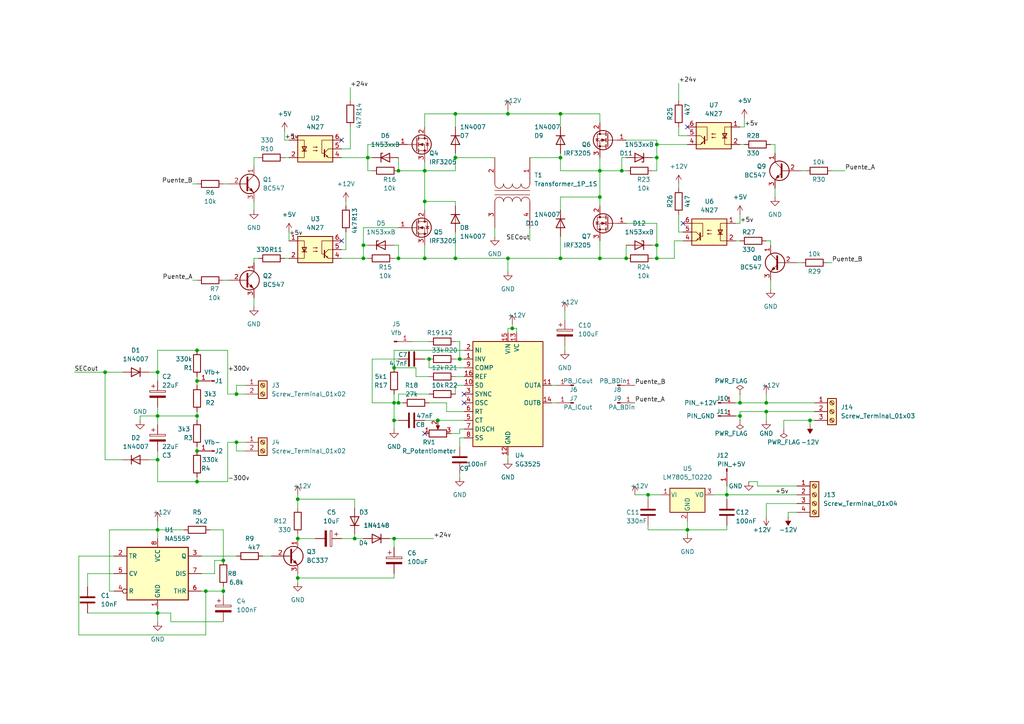
<source format=kicad_sch>
(kicad_sch (version 20211123) (generator eeschema)
  (paper "A4")
  (title_block (title "Puente_H_Fuente_AT_SCH") (date "2023-05-30") (rev "1") (company "FaCENA-UNNE") (comment 1 "Dispositivo para relevamiento de umbrales de sensibilidad tactil.") (comment 2 "Tesis MIB: García Cabrera, Jeremías A."))
  (junction (at 115.57 74.93))
  (junction (at 133.35 104.14))
  (junction (at 105.41 74.93))
  (junction (at 190.5 74.93))
  (junction (at 68.58 128.27))
  (junction (at 214.63 116.84))
  (junction (at 45.72 177.8))
  (junction (at 132.08 45.72))
  (junction (at 45.72 107.95))
  (junction (at 45.72 153.67))
  (junction (at 123.19 49.53))
  (junction (at 102.87 156.21))
  (junction (at 190.5 45.72))
  (junction (at 132.08 74.93))
  (junction (at 162.56 45.72))
  (junction (at 173.99 49.53))
  (junction (at 59.69 171.45))
  (junction (at 68.58 114.3))
  (junction (at 57.15 101.6))
  (junction (at 123.19 74.93))
  (junction (at 57.15 139.7))
  (junction (at 148.59 95.25))
  (junction (at 162.56 33.02))
  (junction (at 86.36 167.64))
  (junction (at 114.3 121.92))
  (junction (at 114.3 106.68))
  (junction (at 114.3 156.21))
  (junction (at 124.46 104.14))
  (junction (at 57.15 110.49))
  (junction (at 106.68 45.72))
  (junction (at 64.77 162.56))
  (junction (at 114.3 116.84))
  (junction (at 105.41 71.12))
  (junction (at 115.57 49.53))
  (junction (at 45.72 120.65))
  (junction (at 86.36 144.78))
  (junction (at 45.72 133.35))
  (junction (at 190.5 71.12))
  (junction (at 173.99 57.15))
  (junction (at 187.96 143.51))
  (junction (at 123.19 58.42))
  (junction (at 234.95 121.92))
  (junction (at 57.15 130.81))
  (junction (at 214.63 120.65))
  (junction (at 127 121.92))
  (junction (at 57.15 120.65))
  (junction (at 173.99 74.93))
  (junction (at 210.82 143.51))
  (junction (at 132.08 33.02))
  (junction (at 147.32 74.93))
  (junction (at 222.25 116.84))
  (junction (at 147.32 33.02))
  (junction (at 30.48 107.95))
  (junction (at 222.25 119.38))
  (junction (at 162.56 74.93))
  (junction (at 115.57 116.84))
  (junction (at 180.34 49.53))
  (junction (at 199.39 153.67))
  (junction (at 190.5 41.91))
  (junction (at 86.36 156.21))
  (junction (at 64.77 171.45))
  (junction (at 181.61 74.93))
  (no_connect (at 123.19 125.73))
  (no_connect (at 134.62 116.84))
  (no_connect (at 134.62 114.3))
  (no_connect (at 199.39 36.83))
  (no_connect (at 198.12 64.77))
  (no_connect (at 99.06 69.85))
  (no_connect (at 99.06 40.64))
  (wire (pts (xy 147.32 74.93) (xy 162.56 74.93)))
  (wire (pts (xy 86.36 143.51) (xy 86.36 144.78)))
  (wire (pts (xy 116.84 116.84) (xy 115.57 116.84)))
  (wire (pts (xy 195.58 74.93) (xy 190.5 74.93)))
  (wire (pts (xy 219.71 140.97) (xy 231.14 140.97)))
  (wire (pts (xy 45.72 130.81) (xy 45.72 133.35)))
  (wire (pts (xy 234.95 121.92) (xy 236.22 121.92)))
  (wire (pts (xy 214.63 114.3) (xy 214.63 116.84)))
  (wire (pts (xy 105.41 74.93) (xy 105.41 71.12)))
  (wire (pts (xy 101.6 43.18) (xy 101.6 36.83)))
  (wire (pts (xy 232.41 49.53) (xy 233.68 49.53)))
  (wire (pts (xy 129.54 119.38) (xy 134.62 119.38)))
  (wire (pts (xy 124.46 106.68) (xy 134.62 106.68)))
  (wire (pts (xy 124.46 114.3) (xy 115.57 114.3)))
  (wire (pts (xy 45.72 177.8) (xy 45.72 176.53)))
  (wire (pts (xy 115.57 74.93) (xy 123.19 74.93)))
  (wire (pts (xy 22.86 161.29) (xy 22.86 184.15)))
  (wire (pts (xy 53.34 153.67) (xy 45.72 153.67)))
  (wire (pts (xy 214.63 121.92) (xy 214.63 120.65)))
  (wire (pts (xy 222.25 116.84) (xy 236.22 116.84)))
  (wire (pts (xy 123.19 49.53) (xy 123.19 46.99)))
  (wire (pts (xy 222.25 114.3) (xy 222.25 116.84)))
  (wire (pts (xy 71.12 130.81) (xy 68.58 130.81)))
  (wire (pts (xy 123.19 33.02) (xy 132.08 33.02)))
  (wire (pts (xy 134.62 101.6) (xy 114.3 101.6)))
  (wire (pts (xy 195.58 69.85) (xy 195.58 74.93)))
  (wire (pts (xy 173.99 49.53) (xy 180.34 49.53)))
  (wire (pts (xy 115.57 104.14) (xy 107.95 104.14)))
  (wire (pts (xy 231.14 76.2) (xy 232.41 76.2)))
  (wire (pts (xy 73.66 76.2) (xy 73.66 74.93)))
  (wire (pts (xy 106.68 45.72) (xy 106.68 49.53)))
  (wire (pts (xy 62.23 162.56) (xy 64.77 162.56)))
  (wire (pts (xy 132.08 33.02) (xy 132.08 36.83)))
  (wire (pts (xy 57.15 110.49) (xy 57.15 111.76)))
  (wire (pts (xy 43.18 107.95) (xy 45.72 107.95)))
  (wire (pts (xy 82.55 40.64) (xy 83.82 40.64)))
  (wire (pts (xy 214.63 64.77) (xy 213.36 64.77)))
  (wire (pts (xy 228.6 149.86) (xy 228.6 148.59)))
  (wire (pts (xy 31.75 153.67) (xy 31.75 171.45)))
  (wire (pts (xy 58.42 161.29) (xy 68.58 161.29)))
  (wire (pts (xy 123.19 60.96) (xy 123.19 58.42)))
  (wire (pts (xy 190.5 41.91) (xy 190.5 45.72)))
  (wire (pts (xy 132.08 114.3) (xy 132.08 111.76)))
  (wire (pts (xy 120.65 106.68) (xy 114.3 106.68)))
  (wire (pts (xy 123.19 49.53) (xy 123.19 58.42)))
  (wire (pts (xy 64.77 81.28) (xy 66.04 81.28)))
  (wire (pts (xy 132.08 104.14) (xy 133.35 104.14)))
  (wire (pts (xy 163.83 90.17) (xy 163.83 92.71)))
  (wire (pts (xy 114.3 101.6) (xy 114.3 106.68)))
  (wire (pts (xy 31.75 153.67) (xy 45.72 153.67)))
  (wire (pts (xy 214.63 62.23) (xy 214.63 64.77)))
  (wire (pts (xy 40.64 120.65) (xy 45.72 120.65)))
  (wire (pts (xy 132.08 49.53) (xy 123.19 49.53)))
  (wire (pts (xy 162.56 36.83) (xy 162.56 33.02)))
  (wire (pts (xy 180.34 45.72) (xy 181.61 45.72)))
  (wire (pts (xy 222.25 149.86) (xy 222.25 146.05)))
  (wire (pts (xy 115.57 116.84) (xy 114.3 116.84)))
  (wire (pts (xy 199.39 151.13) (xy 199.39 153.67)))
  (wire (pts (xy 187.96 143.51) (xy 191.77 143.51)))
  (wire (pts (xy 99.06 72.39) (xy 100.33 72.39)))
  (wire (pts (xy 173.99 74.93) (xy 181.61 74.93)))
  (wire (pts (xy 102.87 156.21) (xy 99.06 156.21)))
  (wire (pts (xy 114.3 121.92) (xy 114.3 124.46)))
  (wire (pts (xy 119.38 99.06) (xy 124.46 99.06)))
  (wire (pts (xy 162.56 49.53) (xy 173.99 49.53)))
  (wire (pts (xy 222.25 119.38) (xy 236.22 119.38)))
  (wire (pts (xy 132.08 58.42) (xy 132.08 59.69)))
  (wire (pts (xy 132.08 111.76) (xy 134.62 111.76)))
  (wire (pts (xy 210.82 152.4) (xy 210.82 153.67)))
  (wire (pts (xy 107.95 45.72) (xy 106.68 45.72)))
  (wire (pts (xy 227.33 121.92) (xy 234.95 121.92)))
  (wire (pts (xy 76.2 161.29) (xy 78.74 161.29)))
  (wire (pts (xy 102.87 147.32) (xy 102.87 144.78)))
  (wire (pts (xy 190.5 45.72) (xy 190.5 49.53)))
  (wire (pts (xy 199.39 41.91) (xy 190.5 41.91)))
  (wire (pts (xy 105.41 66.04) (xy 105.41 71.12)))
  (wire (pts (xy 71.12 111.76) (xy 68.58 111.76)))
  (wire (pts (xy 83.82 67.31) (xy 83.82 69.85)))
  (wire (pts (xy 147.32 96.52) (xy 147.32 95.25)))
  (wire (pts (xy 162.56 44.45) (xy 162.56 45.72)))
  (wire (pts (xy 68.58 128.27) (xy 71.12 128.27)))
  (wire (pts (xy 190.5 40.64) (xy 190.5 41.91)))
  (wire (pts (xy 45.72 133.35) (xy 43.18 133.35)))
  (wire (pts (xy 133.35 124.46) (xy 134.62 124.46)))
  (wire (pts (xy 133.35 129.54) (xy 133.35 127)))
  (wire (pts (xy 224.79 54.61) (xy 224.79 57.15)))
  (wire (pts (xy 143.51 66.04) (xy 143.51 68.58)))
  (wire (pts (xy 114.3 121.92) (xy 115.57 121.92)))
  (wire (pts (xy 102.87 154.94) (xy 102.87 156.21)))
  (wire (pts (xy 162.56 45.72) (xy 162.56 49.53)))
  (wire (pts (xy 133.35 125.73) (xy 133.35 124.46)))
  (wire (pts (xy 181.61 71.12) (xy 181.61 74.93)))
  (wire (pts (xy 210.82 143.51) (xy 231.14 143.51)))
  (wire (pts (xy 214.63 41.91) (xy 215.9 41.91)))
  (wire (pts (xy 107.95 116.84) (xy 114.3 116.84)))
  (wire (pts (xy 33.02 161.29) (xy 22.86 161.29)))
  (wire (pts (xy 68.58 114.3) (xy 71.12 114.3)))
  (wire (pts (xy 187.96 153.67) (xy 199.39 153.67)))
  (wire (pts (xy 190.5 49.53) (xy 189.23 49.53)))
  (wire (pts (xy 45.72 107.95) (xy 45.72 110.49)))
  (wire (pts (xy 106.68 41.91) (xy 106.68 45.72)))
  (wire (pts (xy 57.15 121.92) (xy 57.15 120.65)))
  (wire (pts (xy 115.57 71.12) (xy 115.57 74.93)))
  (wire (pts (xy 196.85 36.83) (xy 196.85 39.37)))
  (wire (pts (xy 224.79 41.91) (xy 224.79 44.45)))
  (wire (pts (xy 101.6 25.4) (xy 101.6 29.21)))
  (wire (pts (xy 30.48 133.35) (xy 30.48 107.95)))
  (wire (pts (xy 57.15 119.38) (xy 57.15 120.65)))
  (wire (pts (xy 219.71 140.97) (xy 219.71 139.7)))
  (wire (pts (xy 130.81 125.73) (xy 133.35 125.73)))
  (wire (pts (xy 120.65 106.68) (xy 120.65 109.22)))
  (wire (pts (xy 215.9 34.29) (xy 215.9 36.83)))
  (wire (pts (xy 234.95 123.19) (xy 234.95 121.92)))
  (wire (pts (xy 132.08 67.31) (xy 132.08 74.93)))
  (wire (pts (xy 189.23 45.72) (xy 190.5 45.72)))
  (wire (pts (xy 190.5 71.12) (xy 190.5 74.93)))
  (wire (pts (xy 162.56 33.02) (xy 173.99 33.02)))
  (wire (pts (xy 180.34 49.53) (xy 181.61 49.53)))
  (wire (pts (xy 59.69 184.15) (xy 59.69 171.45)))
  (wire (pts (xy 31.75 171.45) (xy 33.02 171.45)))
  (wire (pts (xy 64.77 170.18) (xy 64.77 171.45)))
  (wire (pts (xy 181.61 64.77) (xy 190.5 64.77)))
  (wire (pts (xy 162.56 68.58) (xy 162.56 74.93)))
  (wire (pts (xy 173.99 69.85) (xy 173.99 74.93)))
  (wire (pts (xy 82.55 45.72) (xy 83.82 45.72)))
  (wire (pts (xy 133.35 137.16) (xy 133.35 138.43)))
  (wire (pts (xy 132.08 74.93) (xy 147.32 74.93)))
  (wire (pts (xy 106.68 74.93) (xy 105.41 74.93)))
  (wire (pts (xy 82.55 74.93) (xy 83.82 74.93)))
  (wire (pts (xy 57.15 139.7) (xy 66.04 139.7)))
  (wire (pts (xy 115.57 49.53) (xy 123.19 49.53)))
  (wire (pts (xy 173.99 49.53) (xy 173.99 57.15)))
  (wire (pts (xy 59.69 171.45) (xy 64.77 171.45)))
  (wire (pts (xy 217.17 139.7) (xy 219.71 139.7)))
  (wire (pts (xy 105.41 71.12) (xy 106.68 71.12)))
  (wire (pts (xy 196.85 53.34) (xy 196.85 54.61)))
  (wire (pts (xy 86.36 166.37) (xy 86.36 167.64)))
  (wire (pts (xy 124.46 116.84) (xy 129.54 116.84)))
  (wire (pts (xy 215.9 36.83) (xy 214.63 36.83)))
  (wire (pts (xy 102.87 156.21) (xy 105.41 156.21)))
  (wire (pts (xy 114.3 166.37) (xy 114.3 167.64)))
  (wire (pts (xy 147.32 95.25) (xy 148.59 95.25)))
  (wire (pts (xy 123.19 121.92) (xy 127 121.92)))
  (wire (pts (xy 45.72 139.7) (xy 57.15 139.7)))
  (wire (pts (xy 40.64 121.92) (xy 40.64 120.65)))
  (wire (pts (xy 64.77 53.34) (xy 66.04 53.34)))
  (wire (pts (xy 21.59 107.95) (xy 30.48 107.95)))
  (wire (pts (xy 100.33 58.42) (xy 100.33 59.69)))
  (wire (pts (xy 73.66 58.42) (xy 73.66 60.96)))
  (wire (pts (xy 113.03 156.21) (xy 114.3 156.21)))
  (wire (pts (xy 115.57 114.3) (xy 115.57 116.84)))
  (wire (pts (xy 147.32 33.02) (xy 162.56 33.02)))
  (wire (pts (xy 57.15 101.6) (xy 45.72 101.6)))
  (wire (pts (xy 222.25 146.05) (xy 231.14 146.05)))
  (wire (pts (xy 189.23 74.93) (xy 190.5 74.93)))
  (wire (pts (xy 213.36 116.84) (xy 214.63 116.84)))
  (wire (pts (xy 163.83 100.33) (xy 163.83 101.6)))
  (wire (pts (xy 187.96 152.4) (xy 187.96 153.67)))
  (wire (pts (xy 133.35 99.06) (xy 133.35 104.14)))
  (wire (pts (xy 86.36 167.64) (xy 86.36 168.91)))
  (wire (pts (xy 153.67 45.72) (xy 162.56 45.72)))
  (wire (pts (xy 73.66 74.93) (xy 74.93 74.93)))
  (wire (pts (xy 45.72 101.6) (xy 45.72 107.95)))
  (wire (pts (xy 153.67 69.85) (xy 153.67 66.04)))
  (wire (pts (xy 207.01 143.51) (xy 210.82 143.51)))
  (wire (pts (xy 45.72 151.13) (xy 45.72 153.67)))
  (wire (pts (xy 120.65 109.22) (xy 124.46 109.22)))
  (wire (pts (xy 114.3 116.84) (xy 114.3 121.92)))
  (wire (pts (xy 99.06 74.93) (xy 105.41 74.93)))
  (wire (pts (xy 132.08 33.02) (xy 147.32 33.02)))
  (wire (pts (xy 181.61 40.64) (xy 190.5 40.64)))
  (wire (pts (xy 106.68 49.53) (xy 107.95 49.53)))
  (wire (pts (xy 245.11 49.53) (xy 241.3 49.53)))
  (wire (pts (xy 114.3 156.21) (xy 125.73 156.21)))
  (wire (pts (xy 66.04 128.27) (xy 66.04 139.7)))
  (wire (pts (xy 107.95 104.14) (xy 107.95 116.84)))
  (wire (pts (xy 148.59 95.25) (xy 149.86 95.25)))
  (wire (pts (xy 45.72 153.67) (xy 45.72 156.21)))
  (wire (pts (xy 222.25 69.85) (xy 223.52 69.85)))
  (wire (pts (xy 187.96 143.51) (xy 187.96 144.78)))
  (wire (pts (xy 129.54 116.84) (xy 129.54 119.38)))
  (wire (pts (xy 57.15 109.22) (xy 57.15 110.49)))
  (wire (pts (xy 132.08 45.72) (xy 132.08 49.53)))
  (wire (pts (xy 22.86 184.15) (xy 59.69 184.15)))
  (wire (pts (xy 45.72 120.65) (xy 45.72 123.19)))
  (wire (pts (xy 196.85 24.13) (xy 196.85 29.21)))
  (wire (pts (xy 45.72 118.11) (xy 45.72 120.65)))
  (wire (pts (xy 86.36 156.21) (xy 91.44 156.21)))
  (wire (pts (xy 73.66 45.72) (xy 74.93 45.72)))
  (wire (pts (xy 124.46 104.14) (xy 124.46 106.68)))
  (wire (pts (xy 45.72 139.7) (xy 45.72 133.35)))
  (wire (pts (xy 45.72 180.34) (xy 45.72 177.8)))
  (wire (pts (xy 214.63 116.84) (xy 222.25 116.84)))
  (wire (pts (xy 198.12 69.85) (xy 195.58 69.85)))
  (wire (pts (xy 114.3 114.3) (xy 114.3 116.84)))
  (wire (pts (xy 228.6 148.59) (xy 231.14 148.59)))
  (wire (pts (xy 115.57 41.91) (xy 106.68 41.91)))
  (wire (pts (xy 149.86 95.25) (xy 149.86 96.52)))
  (wire (pts (xy 64.77 153.67) (xy 60.96 153.67)))
  (wire (pts (xy 132.08 109.22) (xy 134.62 109.22)))
  (wire (pts (xy 99.06 45.72) (xy 106.68 45.72)))
  (wire (pts (xy 132.08 99.06) (xy 133.35 99.06)))
  (wire (pts (xy 133.35 127) (xy 134.62 127)))
  (wire (pts (xy 173.99 33.02) (xy 173.99 35.56)))
  (wire (pts (xy 62.23 166.37) (xy 62.23 162.56)))
  (wire (pts (xy 73.66 86.36) (xy 73.66 88.9)))
  (wire (pts (xy 25.4 166.37) (xy 33.02 166.37)))
  (wire (pts (xy 73.66 48.26) (xy 73.66 45.72)))
  (wire (pts (xy 196.85 39.37) (xy 199.39 39.37)))
  (wire (pts (xy 49.53 180.34) (xy 49.53 177.8)))
  (wire (pts (xy 214.63 119.38) (xy 222.25 119.38)))
  (wire (pts (xy 210.82 140.97) (xy 210.82 143.51)))
  (wire (pts (xy 115.57 66.04) (xy 105.41 66.04)))
  (wire (pts (xy 102.87 144.78) (xy 86.36 144.78)))
  (wire (pts (xy 133.35 104.14) (xy 134.62 104.14)))
  (wire (pts (xy 161.29 111.76) (xy 160.02 111.76)))
  (wire (pts (xy 147.32 78.74) (xy 147.32 74.93)))
  (wire (pts (xy 25.4 177.8) (xy 45.72 177.8)))
  (wire (pts (xy 55.88 53.34) (xy 57.15 53.34)))
  (wire (pts (xy 199.39 153.67) (xy 199.39 154.94)))
  (wire (pts (xy 222.25 121.92) (xy 222.25 119.38)))
  (wire (pts (xy 227.33 124.46) (xy 227.33 121.92)))
  (wire (pts (xy 147.32 31.75) (xy 147.32 33.02)))
  (wire (pts (xy 123.19 36.83) (xy 123.19 33.02)))
  (wire (pts (xy 161.29 116.84) (xy 160.02 116.84)))
  (wire (pts (xy 86.36 154.94) (xy 86.36 156.21)))
  (wire (pts (xy 58.42 171.45) (xy 59.69 171.45)))
  (wire (pts (xy 180.34 45.72) (xy 180.34 49.53)))
  (wire (pts (xy 66.04 114.3) (xy 68.58 114.3)))
  (wire (pts (xy 132.08 45.72) (xy 143.51 45.72)))
  (wire (pts (xy 115.57 45.72) (xy 115.57 49.53)))
  (wire (pts (xy 68.58 111.76) (xy 68.58 114.3)))
  (wire (pts (xy 57.15 138.43) (xy 57.15 139.7)))
  (wire (pts (xy 100.33 72.39) (xy 100.33 67.31)))
  (wire (pts (xy 123.19 104.14) (xy 124.46 104.14)))
  (wire (pts (xy 58.42 166.37) (xy 62.23 166.37)))
  (wire (pts (xy 123.19 71.12) (xy 123.19 74.93)))
  (wire (pts (xy 213.36 69.85) (xy 214.63 69.85)))
  (wire (pts (xy 196.85 62.23) (xy 196.85 67.31)))
  (wire (pts (xy 190.5 64.77) (xy 190.5 71.12)))
  (wire (pts (xy 66.04 101.6) (xy 57.15 101.6)))
  (wire (pts (xy 198.12 67.31) (xy 196.85 67.31)))
  (wire (pts (xy 66.04 114.3) (xy 66.04 101.6)))
  (wire (pts (xy 162.56 57.15) (xy 173.99 57.15)))
  (wire (pts (xy 114.3 71.12) (xy 115.57 71.12)))
  (wire (pts (xy 86.36 144.78) (xy 86.36 147.32)))
  (wire (pts (xy 223.52 69.85) (xy 223.52 71.12)))
  (wire (pts (xy 173.99 57.15) (xy 173.99 59.69)))
  (wire (pts (xy 210.82 143.51) (xy 210.82 144.78)))
  (wire (pts (xy 189.23 71.12) (xy 190.5 71.12)))
  (wire (pts (xy 127 121.92) (xy 134.62 121.92)))
  (wire (pts (xy 184.15 143.51) (xy 187.96 143.51)))
  (wire (pts (xy 57.15 129.54) (xy 57.15 130.81)))
  (wire (pts (xy 49.53 177.8) (xy 45.72 177.8)))
  (wire (pts (xy 64.77 162.56) (xy 64.77 153.67)))
  (wire (pts (xy 123.19 58.42) (xy 132.08 58.42)))
  (wire (pts (xy 213.36 120.65) (xy 214.63 120.65)))
  (wire (pts (xy 114.3 156.21) (xy 114.3 158.75)))
  (wire (pts (xy 64.77 172.72) (xy 64.77 171.45)))
  (wire (pts (xy 86.36 167.64) (xy 114.3 167.64)))
  (wire (pts (xy 240.03 76.2) (xy 241.3 76.2)))
  (wire (pts (xy 82.55 38.1) (xy 82.55 40.64)))
  (wire (pts (xy 35.56 133.35) (xy 30.48 133.35)))
  (wire (pts (xy 132.08 44.45) (xy 132.08 45.72)))
  (wire (pts (xy 148.59 93.98) (xy 148.59 95.25)))
  (wire (pts (xy 55.88 81.28) (xy 57.15 81.28)))
  (wire (pts (xy 30.48 107.95) (xy 35.56 107.95)))
  (wire (pts (xy 173.99 45.72) (xy 173.99 49.53)))
  (wire (pts (xy 214.63 120.65) (xy 214.63 119.38)))
  (wire (pts (xy 114.3 74.93) (xy 115.57 74.93)))
  (wire (pts (xy 223.52 41.91) (xy 224.79 41.91)))
  (wire (pts (xy 123.19 74.93) (xy 132.08 74.93)))
  (wire (pts (xy 64.77 180.34) (xy 49.53 180.34)))
  (wire (pts (xy 162.56 60.96) (xy 162.56 57.15)))
  (wire (pts (xy 25.4 170.18) (xy 25.4 166.37)))
  (wire (pts (xy 223.52 81.28) (xy 223.52 83.82)))
  (wire (pts (xy 199.39 153.67) (xy 210.82 153.67)))
  (wire (pts (xy 147.32 132.08) (xy 147.32 133.35)))
  (wire (pts (xy 99.06 43.18) (xy 101.6 43.18)))
  (wire (pts (xy 68.58 130.81) (xy 68.58 128.27)))
  (wire (pts (xy 162.56 74.93) (xy 173.99 74.93)))
  (wire (pts (xy 66.04 128.27) (xy 68.58 128.27)))
  (wire (pts (xy 45.72 120.65) (xy 57.15 120.65)))
  (label "+5v" (at 215.9 36.83 0))
  (label "-300v" (at 66.04 139.7 0))
  (label "Puente_A" (at 184.15 116.84 0))
  (label "SECout" (at 153.67 69.85 180))
  (label "+5v" (at 224.79 143.51 0))
  (label "Puente_B" (at 55.88 53.34 180))
  (label "+300v" (at 66.04 107.95 0))
  (label "Puente_A" (at 245.11 49.53 0))
  (label "Puente_B" (at 241.3 76.2 0))
  (label "+5v" (at 214.63 64.77 0))
  (label "+24v" (at 196.85 24.13 0))
  (label "Puente_B" (at 184.15 111.76 0))
  (label "SECout" (at 21.59 107.95 0))
  (label "+5v" (at 82.55 40.64 0))
  (label "+5v" (at 83.82 68.58 0))
  (label "+24v" (at 101.6 25.4 0))
  (label "+24v" (at 125.73 156.21 0))
  (label "Puente_A" (at 55.88 81.28 180))
  (symbol (lib_id "power:GND") (at 86.36 168.91 0) (unit 1)
    (property "Reference" "#PWR09" (effects hide))
    (property "Value" "GND" (at 86.36 173.99 0))
  )
  (symbol (lib_id "power:+12V") (at 184.15 143.51 0) (unit 1)
    (property "Reference" "#PWR020" (effects hide))
    (property "Value" "+12V" (at 185.42 140.97 0))
  )
  (symbol (lib_id "power:+12V") (at 222.25 149.86 180) (unit 1)
    (property "Reference" "#PWR028" (effects hide))
    (property "Value" "+12V" (at 220.98 153.67 0))
  )
  (symbol (lib_id "power:PWR_FLAG") (at 227.33 124.46 180) (unit 1)
    (property "Reference" "#FLG03" (effects hide))
    (property "Value" "PWR_FLAG" (at 227.33 128.27 0))
  )
  (symbol (lib_id "Device:R") (at 57.15 125.73 0) (unit 1)
    (property "Reference" "R3" (at 54.61 127 0))
    (property "Value" "3k3" (at 53.34 124.46 0))
    (property "Footprint" "Resistor_THT:R_Axial_DIN0207_L6.3mm_D2.5mm_P7.62mm_Horizontal" (effects hide))
  )
  (symbol (lib_id "Device:C") (at 119.38 104.14 270) (unit 1)
    (property "Reference" "C7" (at 116.84 102.87 90))
    (property "Value" "4.7nF" (at 115.57 105.41 90))
    (property "Footprint" "Capacitor_THT:C_Disc_D5.0mm_W2.5mm_P2.50mm" (effects hide))
  )
  (symbol (lib_id "Device:R") (at 114.3 110.49 0) (unit 1)
    (property "Reference" "R17" (at 110.49 111.76 0))
    (property "Value" "5k1" (at 110.49 109.22 0))
    (property "Footprint" "Resistor_THT:R_Axial_DIN0207_L6.3mm_D2.5mm_P7.62mm_Horizontal" (effects hide))
  )
  (symbol (lib_id "power:+12V") (at 147.32 31.75 0) (unit 1)
    (property "Reference" "#PWR014" (effects hide))
    (property "Value" "+12V" (at 148.59 29.21 0))
  )
  (symbol (lib_id "Diode:1N53xxB") (at 185.42 71.12 0) (mirror y) (unit 1)
    (property "Reference" "D12" (at 185.42 64.77 0))
    (property "Value" "1N53xxB" (at 185.42 67.31 0))
    (property "Footprint" "Diode_THT:D_DO-35_SOD27_P7.62mm_Horizontal" (effects hide))
    (property "Datasheet" "https://diotec.com/tl_files/diotec/files/pdf/datasheets/1n5345b.pdf" (effects hide))
  )
  (symbol (lib_id "power:GND") (at 147.32 78.74 0) (unit 1)
    (property "Reference" "#PWR015" (effects hide))
    (property "Value" "GND" (at 147.32 83.82 0))
  )
  (symbol (lib_id "Device:R") (at 128.27 114.3 270) (unit 1)
    (property "Reference" "R22" (at 130.81 111.76 90))
    (property "Value" "10k" (at 127 111.76 90))
    (property "Footprint" "Resistor_THT:R_Axial_DIN0207_L6.3mm_D2.5mm_P7.62mm_Horizontal" (effects hide))
  )
  (symbol (lib_id "power:GND") (at 222.25 121.92 0) (unit 1)
    (property "Reference" "#PWR027" (effects hide))
    (property "Value" "GND" (at 222.25 125.73 0))
  )
  (symbol (lib_id "Diode:1N4007") (at 39.37 107.95 180) (unit 1)
    (property "Reference" "D1" (at 39.37 101.6 0))
    (property "Value" "1N4007" (at 39.37 104.14 0))
    (property "Footprint" "Diode_THT:D_DO-41_SOD81_P10.16mm_Horizontal" (effects hide))
    (property "Datasheet" "http://www.vishay.com/docs/88503/1n4001.pdf" (effects hide))
  )
  (symbol (lib_id "Device:R") (at 110.49 74.93 90) (unit 1)
    (property "Reference" "R15" (at 111.76 77.47 90))
    (property "Value" "10k" (at 111.76 80.01 90))
    (property "Footprint" "Resistor_THT:R_Axial_DIN0207_L6.3mm_D2.5mm_P7.62mm_Horizontal" (effects hide))
  )
  (symbol (lib_id "Transistor_BJT:BC547") (at 71.12 81.28 0) (unit 1)
    (property "Reference" "Q2" (at 76.2 80.0099 0) (effects (justify left)))
    (property "Value" "BC547" (at 76.2 82.5499 0) (effects (justify left)))
    (property "Footprint" "Package_TO_SOT_THT:TO-92_Inline_Wide" (effects hide))
    (property "Datasheet" "https://www.onsemi.com/pub/Collateral/BC550-D.pdf" (effects hide))
  )
  (symbol (lib_id "Device:C") (at 187.96 148.59 0) (unit 1)
    (property "Reference" "C11" (at 181.61 148.59 0) (effects (justify left)))
    (property "Value" "330nF" (at 181.61 151.13 0) (effects (justify left)))
    (property "Footprint" "Capacitor_THT:C_Disc_D5.0mm_W2.5mm_P2.50mm" (effects hide))
  )
  (symbol (lib_id "Device:R") (at 128.27 99.06 270) (unit 1)
    (property "Reference" "R19" (at 125.73 96.52 90))
    (property "Value" "1k2" (at 129.54 96.52 90))
    (property "Footprint" "Resistor_THT:R_Axial_DIN0207_L6.3mm_D2.5mm_P7.62mm_Horizontal" (effects hide))
  )
  (symbol (lib_id "Diode:1N4007") (at 162.56 40.64 270) (unit 1)
    (property "Reference" "D9" (at 154.94 39.37 90) (effects (justify left)))
    (property "Value" "1N4007" (at 154.94 36.83 90) (effects (justify left)))
    (property "Footprint" "Diode_THT:D_DO-41_SOD81_P10.16mm_Horizontal" (effects hide))
    (property "Datasheet" "http://www.vishay.com/docs/88503/1n4001.pdf" (effects hide))
  )
  (symbol (lib_id "Device:R") (at 60.96 81.28 90) (unit 1)
    (property "Reference" "R7" (at 62.23 83.82 90))
    (property "Value" "10k" (at 62.23 86.36 90))
    (property "Footprint" "Resistor_THT:R_Axial_DIN0207_L6.3mm_D2.5mm_P7.62mm_Horizontal" (effects hide))
  )
  (symbol (lib_id "power:GND") (at 133.35 138.43 0) (unit 1)
    (property "Reference" "#PWR012" (effects hide))
    (property "Value" "GND" (at 133.35 143.51 0))
  )
  (symbol (lib_id "power:+5V") (at 214.63 62.23 0) (unit 1)
    (property "Reference" "#PWR023" (effects hide))
    (property "Value" "+5V" (at 214.63 57.15 0))
  )
  (symbol (lib_id "Device:C_Polarized") (at 114.3 162.56 0) (unit 1)
    (property "Reference" "C6" (at 118.11 160.4009 0) (effects (justify left)))
    (property "Value" "100uF" (at 118.11 162.9409 0) (effects (justify left)))
    (property "Footprint" "Capacitor_THT:CP_Radial_D6.3mm_P2.50mm" (effects hide))
  )
  (symbol (lib_id "Device:R") (at 64.77 166.37 180) (unit 1)
    (property "Reference" "R8" (at 67.31 166.37 0))
    (property "Value" "6.8k" (at 68.58 168.91 0))
    (property "Footprint" "Resistor_THT:R_Axial_DIN0207_L6.3mm_D2.5mm_P7.62mm_Horizontal" (effects hide))
  )
  (symbol (lib_id "Device:R") (at 111.76 49.53 90) (unit 1)
    (property "Reference" "R16" (at 113.03 52.07 90))
    (property "Value" "10k" (at 113.03 54.61 90))
    (property "Footprint" "Resistor_THT:R_Axial_DIN0207_L6.3mm_D2.5mm_P7.62mm_Horizontal" (effects hide))
  )
  (symbol (lib_id "power:-12V") (at 234.95 123.19 180) (unit 1)
    (property "Reference" "#PWR032" (effects hide))
    (property "Value" "-12V" (at 234.95 128.27 0))
  )
  (symbol (lib_id "Connector:Conn_01x01_Male") (at 114.3 99.06 0) (unit 1)
    (property "Reference" "J5" (at 114.935 93.98 0))
    (property "Value" "Vfb" (at 114.935 96.52 0))
    (property "Footprint" "Connector_Pin:Pin_D0.7mm_L6.5mm_W1.8mm_FlatFork" (effects hide))
  )
  (symbol (lib_id "power:GND") (at 114.3 124.46 0) (unit 1)
    (property "Reference" "#PWR011" (effects hide))
    (property "Value" "GND" (at 114.3 129.54 0))
  )
  (symbol (lib_id "power:+12V") (at 196.85 53.34 0) (unit 1)
    (property "Reference" "#PWR021" (effects hide))
    (property "Value" "+12V" (at 196.85 48.26 0))
  )
  (symbol (lib_id "Device:C_Polarized") (at 64.77 176.53 0) (unit 1)
    (property "Reference" "C4" (at 68.58 174.3709 0) (effects (justify left)))
    (property "Value" "100nF" (at 68.58 176.9109 0) (effects (justify left)))
    (property "Footprint" "Capacitor_THT:C_Disc_D5.0mm_W2.5mm_P2.50mm" (effects hide))
  )
  (symbol (lib_id "power:+5V") (at 215.9 34.29 0) (unit 1)
    (property "Reference" "#PWR024" (effects hide))
    (property "Value" "+5V" (at 215.9 29.21 0))
  )
  (symbol (lib_id "Device:R") (at 128.27 104.14 90) (unit 1)
    (property "Reference" "R20" (at 130.81 101.6 90))
    (property "Value" "33k" (at 127 101.6 90))
    (property "Footprint" "Resistor_THT:R_Axial_DIN0207_L6.3mm_D2.5mm_P7.62mm_Horizontal" (effects hide))
  )
  (symbol (lib_id "power:+12V") (at 45.72 151.13 0) (unit 1)
    (property "Reference" "#PWR02" (effects hide))
    (property "Value" "+12V" (at 46.99 148.59 0))
  )
  (symbol (lib_id "Device:R") (at 57.15 105.41 0) (unit 1)
    (property "Reference" "R1" (at 54.61 106.68 0))
    (property "Value" "330k" (at 53.34 104.14 0))
    (property "Footprint" "Resistor_THT:R_Axial_DIN0207_L6.3mm_D2.5mm_P7.62mm_Horizontal" (effects hide))
  )
  (symbol (lib_id "power:GND") (at 73.66 88.9 0) (unit 1)
    (property "Reference" "#PWR05" (effects hide))
    (property "Value" "GND" (at 73.66 93.98 0))
  )
  (symbol (lib_id "Device:R") (at 218.44 69.85 270) (unit 1)
    (property "Reference" "R27" (at 217.17 67.31 90))
    (property "Value" "330" (at 217.17 72.39 90))
    (property "Footprint" "Resistor_THT:R_Axial_DIN0207_L6.3mm_D2.5mm_P7.62mm_Horizontal" (effects hide))
  )
  (symbol (lib_id "power:PWR_FLAG") (at 214.63 121.92 180) (unit 1)
    (property "Reference" "#FLG02" (effects hide))
    (property "Value" "PWR_FLAG" (at 212.09 125.73 0))
  )
  (symbol (lib_id "Device:R") (at 72.39 161.29 270) (unit 1)
    (property "Reference" "R9" (at 72.39 156.21 90))
    (property "Value" "4k7" (at 73.66 158.75 90))
    (property "Footprint" "Resistor_THT:R_Axial_DIN0207_L6.3mm_D2.5mm_P7.62mm_Horizontal" (effects hide))
  )
  (symbol (lib_id "Connector:Screw_Terminal_01x02") (at 76.2 128.27 0) (unit 1)
    (property "Reference" "J4" (at 78.74 128.2699 0) (effects (justify left)))
    (property "Value" "Screw_Terminal_01x02" (at 78.74 130.8099 0) (effects (justify left)))
    (property "Footprint" "TerminalBlock:TerminalBlock_bornier-2_P5.08mm" (effects hide))
  )
  (symbol (lib_id "Connector:Conn_01x01_Male") (at 179.07 111.76 0) (unit 1)
    (property "Reference" "J8" (at 179.07 113.03 0))
    (property "Value" "PB_BDin" (at 177.8 110.49 0))
    (property "Footprint" "Connector_Pin:Pin_D0.7mm_L6.5mm_W1.8mm_FlatFork" (effects hide))
  )
  (symbol (lib_id "Device:R") (at 86.36 151.13 0) (unit 1)
    (property "Reference" "R12" (at 81.28 151.13 0))
    (property "Value" "330" (at 82.55 153.67 0))
    (property "Footprint" "Resistor_THT:R_Axial_DIN0207_L6.3mm_D2.5mm_P7.62mm_Horizontal" (effects hide))
  )
  (symbol (lib_id "Connector:Conn_01x01_Male") (at 62.23 130.81 180) (unit 1)
    (property "Reference" "J2" (at 63.5 130.81 0))
    (property "Value" "Vfb-" (at 61.595 128.27 0))
    (property "Footprint" "Connector_Pin:Pin_D0.7mm_L6.5mm_W1.8mm_FlatFork" (effects hide))
  )
  (symbol (lib_id "Transistor_BJT:BC547") (at 227.33 49.53 0) (mirror y) (unit 1)
    (property "Reference" "Q9" (at 222.25 48.2599 0) (effects (justify left)))
    (property "Value" "BC547" (at 222.25 50.7999 0) (effects (justify left)))
    (property "Footprint" "Package_TO_SOT_THT:TO-92_Inline_Wide" (effects hide))
    (property "Datasheet" "https://www.onsemi.com/pub/Collateral/BC550-D.pdf" (effects hide))
  )
  (symbol (lib_id "Regulator_Linear:LM7805_TO220") (at 199.39 143.51 0) (unit 1)
    (property "Reference" "U5" (at 199.39 135.89 0))
    (property "Value" "LM7805_TO220" (at 199.39 138.43 0))
    (property "Footprint" "Package_TO_SOT_THT:TO-220-3_Vertical" (effects hide))
    (property "Datasheet" "https://www.onsemi.cn/PowerSolutions/document/MC7800-D.PDF" (effects hide))
  )
  (symbol (lib_id "Diode:1N4007") (at 39.37 133.35 0) (unit 1)
    (property "Reference" "D2" (at 39.37 127 0))
    (property "Value" "1N4007" (at 39.37 129.54 0))
    (property "Footprint" "Diode_THT:D_DO-41_SOD81_P10.16mm_Horizontal" (effects hide))
    (property "Datasheet" "http://www.vishay.com/docs/88503/1n4001.pdf" (effects hide))
  )
  (symbol (lib_id "power:GND") (at 199.39 154.94 0) (unit 1)
    (property "Reference" "#PWR022" (effects hide))
    (property "Value" "GND" (at 199.39 160.02 0))
  )
  (symbol (lib_id "power:GND") (at 73.66 60.96 0) (unit 1)
    (property "Reference" "#PWR04" (effects hide))
    (property "Value" "GND" (at 73.66 66.04 0))
  )
  (symbol (lib_id "power:GND") (at 217.17 139.7 0) (unit 1)
    (property "Reference" "#PWR025" (effects hide))
    (property "Value" "GND" (at 213.36 140.97 0))
  )
  (symbol (lib_id "Device:R") (at 219.71 41.91 270) (unit 1)
    (property "Reference" "R28" (at 218.44 39.37 90))
    (property "Value" "330" (at 218.44 44.45 90))
    (property "Footprint" "Resistor_THT:R_Axial_DIN0207_L6.3mm_D2.5mm_P7.62mm_Horizontal" (effects hide))
  )
  (symbol (lib_id "power:-12V") (at 228.6 149.86 180) (unit 1)
    (property "Reference" "#PWR031" (effects hide))
    (property "Value" "-12V" (at 228.6 153.67 0))
  )
  (symbol (lib_id "Diode:1N53xxB") (at 111.76 45.72 0) (unit 1)
    (property "Reference" "D6" (at 111.76 39.37 0))
    (property "Value" "1N53xxB" (at 111.76 41.91 0))
    (property "Footprint" "Diode_THT:D_DO-35_SOD27_P7.62mm_Horizontal" (effects hide))
    (property "Datasheet" "https://diotec.com/tl_files/diotec/files/pdf/datasheets/1n5345b.pdf" (effects hide))
  )
  (symbol (lib_id "Device:C") (at 133.35 133.35 180) (unit 1)
    (property "Reference" "C9" (at 134.62 135.89 0))
    (property "Value" "100nF" (at 138.43 134.62 0))
    (property "Footprint" "Capacitor_THT:C_Disc_D5.0mm_W2.5mm_P2.50mm" (effects hide))
  )
  (symbol (lib_id "Device:R") (at 100.33 63.5 180) (unit 1)
    (property "Reference" "R13" (at 102.87 62.23 90))
    (property "Value" "4k7" (at 102.87 66.04 90))
    (property "Footprint" "Resistor_THT:R_Axial_DIN0207_L6.3mm_D2.5mm_P7.62mm_Horizontal" (effects hide))
  )
  (symbol (lib_id "Connector:Conn_01x01_Male") (at 210.82 135.89 270) (unit 1)
    (property "Reference" "J12" (at 209.55 132.08 90))
    (property "Value" "PIN_+5V" (at 212.09 134.62 90))
    (property "Footprint" "Connector_Pin:Pin_D0.7mm_L6.5mm_W1.8mm_FlatFork" (effects hide))
  )
  (symbol (lib_id "Diode:1N4148") (at 109.22 156.21 180) (unit 1)
    (property "Reference" "D4" (at 105.41 157.48 0))
    (property "Value" "1N4148" (at 109.22 152.4 0))
    (property "Footprint" "Diode_THT:D_DO-35_SOD27_P7.62mm_Horizontal" (effects hide))
    (property "Datasheet" "https://assets.nexperia.com/documents/data-sheet/1N4148_1N4448.pdf" (effects hide))
  )
  (symbol (lib_id "power:GND") (at 143.51 68.58 0) (unit 1)
    (property "Reference" "#PWR013" (effects hide))
    (property "Value" "GND" (at 143.51 73.66 0))
  )
  (symbol (lib_id "Device:C") (at 210.82 148.59 0) (unit 1)
    (property "Reference" "C12" (at 213.36 148.59 0) (effects (justify left)))
    (property "Value" "100nF" (at 213.36 151.13 0) (effects (justify left)))
    (property "Footprint" "Capacitor_THT:C_Disc_D5.0mm_W2.5mm_P2.50mm" (effects hide))
  )
  (symbol (lib_id "Transistor_BJT:BC547") (at 226.06 76.2 0) (mirror y) (unit 1)
    (property "Reference" "Q8" (at 220.98 74.9299 0) (effects (justify left)))
    (property "Value" "BC547" (at 220.98 77.4699 0) (effects (justify left)))
    (property "Footprint" "Package_TO_SOT_THT:TO-92_Inline_Wide" (effects hide))
    (property "Datasheet" "https://www.onsemi.com/pub/Collateral/BC550-D.pdf" (effects hide))
  )
  (symbol (lib_id "Device:C_Polarized") (at 45.72 127 0) (unit 1)
    (property "Reference" "C3" (at 46.99 132.08 0) (effects (justify left)))
    (property "Value" "22uF" (at 46.99 129.54 0) (effects (justify left)))
    (property "Footprint" "Capacitor_THT:CP_Radial_D16.0mm_P7.50mm" (effects hide))
  )
  (symbol (lib_id "power:GND") (at 224.79 57.15 0) (unit 1)
    (property "Reference" "#PWR030" (effects hide))
    (property "Value" "GND" (at 224.79 62.23 0))
  )
  (symbol (lib_id "Device:R") (at 185.42 74.93 90) (unit 1)
    (property "Reference" "R24" (at 186.69 77.47 90))
    (property "Value" "10k" (at 186.69 80.01 90))
    (property "Footprint" "Resistor_THT:R_Axial_DIN0207_L6.3mm_D2.5mm_P7.62mm_Horizontal" (effects hide))
  )
  (symbol (lib_id "Diode:1N53xxB") (at 185.42 45.72 180) (unit 1)
    (property "Reference" "D11" (at 181.61 44.45 0))
    (property "Value" "1N53xxB" (at 185.42 41.91 0))
    (property "Footprint" "Diode_THT:D_DO-35_SOD27_P7.62mm_Horizontal" (effects hide))
    (property "Datasheet" "https://diotec.com/tl_files/diotec/files/pdf/datasheets/1n5345b.pdf" (effects hide))
  )
  (symbol (lib_id "power:GND") (at 40.64 121.92 0) (unit 1)
    (property "Reference" "#PWR01" (effects hide))
    (property "Value" "GND" (at 40.64 119.38 0))
  )
  (symbol (lib_id "Isolator:4N27") (at 207.01 39.37 0) (mirror y) (unit 1)
    (property "Reference" "U7" (at 207.01 30.48 0))
    (property "Value" "4N27" (at 207.01 33.02 0))
    (property "Footprint" "Package_DIP:DIP-6_W7.62mm" (effects hide))
    (property "Datasheet" "https://www.vishay.com/docs/83725/4n25.pdf" (effects hide))
  )
  (symbol (lib_id "power:GND") (at 223.52 83.82 0) (unit 1)
    (property "Reference" "#PWR029" (effects hide))
    (property "Value" "GND" (at 223.52 88.9 0))
  )
  (symbol (lib_id "power:GND") (at 45.72 180.34 0) (unit 1)
    (property "Reference" "#PWR03" (effects hide))
    (property "Value" "GND" (at 45.72 185.42 0))
  )
  (symbol (lib_id "Diode:1N4007") (at 162.56 64.77 270) (unit 1)
    (property "Reference" "D10" (at 152.4 64.77 90) (effects (justify left)))
    (property "Value" "1N4007" (at 154.94 62.23 90) (effects (justify left)))
    (property "Footprint" "Diode_THT:D_DO-41_SOD81_P10.16mm_Horizontal" (effects hide))
    (property "Datasheet" "http://www.vishay.com/docs/88503/1n4001.pdf" (effects hide))
  )
  (symbol (lib_id "power:+12V") (at 148.59 93.98 0) (unit 1)
    (property "Reference" "#PWR017" (effects hide))
    (property "Value" "+12V" (at 149.86 91.44 0))
  )
  (symbol (lib_id "power:+5V") (at 83.82 67.31 0) (unit 1)
    (property "Reference" "#PWR07" (effects hide))
    (property "Value" "+5V" (at 83.82 62.23 0))
  )
  (symbol (lib_id "power:GND") (at 147.32 133.35 0) (unit 1)
    (property "Reference" "#PWR016" (effects hide))
    (property "Value" "GND" (at 147.32 138.43 0))
  )
  (symbol (lib_id "power:+5V") (at 82.55 38.1 0) (unit 1)
    (property "Reference" "#PWR06" (effects hide))
    (property "Value" "+5V" (at 82.55 33.02 0))
  )
  (symbol (lib_id "Transistor_BJT:BC547") (at 71.12 53.34 0) (unit 1)
    (property "Reference" "Q1" (at 76.2 52.0699 0) (effects (justify left)))
    (property "Value" "BC547" (at 76.2 54.6099 0) (effects (justify left)))
    (property "Footprint" "Package_TO_SOT_THT:TO-92_Inline_Wide" (effects hide))
    (property "Datasheet" "https://www.onsemi.com/pub/Collateral/BC550-D.pdf" (effects hide))
  )
  (symbol (lib_id "Device:R") (at 128.27 109.22 90) (unit 1)
    (property "Reference" "R21" (at 130.81 106.68 90))
    (property "Value" "12k" (at 127 106.68 90))
    (property "Footprint" "Resistor_THT:R_Axial_DIN0207_L6.3mm_D2.5mm_P7.62mm_Horizontal" (effects hide))
  )
  (symbol (lib_id "Connector:Screw_Terminal_01x02") (at 76.2 111.76 0) (unit 1)
    (property "Reference" "J3" (at 78.74 111.7599 0) (effects (justify left)))
    (property "Value" "Screw_Terminal_01x02" (at 78.74 114.2999 0) (effects (justify left)))
    (property "Footprint" "TerminalBlock:TerminalBlock_bornier-2_P5.08mm" (effects hide))
  )
  (symbol (lib_id "Isolator:4N27") (at 91.44 43.18 0) (unit 1)
    (property "Reference" "U2" (at 91.44 34.29 0))
    (property "Value" "4N27" (at 91.44 36.83 0))
    (property "Footprint" "Package_DIP:DIP-6_W7.62mm" (effects hide))
    (property "Datasheet" "https://www.vishay.com/docs/83725/4n25.pdf" (effects hide))
  )
  (symbol (lib_id "Transistor_FET:IRF3205") (at 176.53 40.64 0) (mirror y) (unit 1)
    (property "Reference" "Q6" (at 171.45 41.91 0) (effects (justify left)))
    (property "Value" "IRF3205" (at 171.45 44.45 0) (effects (justify left)))
    (property "Footprint" "Package_TO_SOT_THT:TO-220-3_Vertical" (effects hide))
    (property "Datasheet" "http://www.irf.com/product-info/datasheets/data/irf3205.pdf" (effects hide))
  )
  (symbol (lib_id "Device:C") (at 25.4 173.99 0) (unit 1)
    (property "Reference" "C1" (at 29.21 172.7199 0) (effects (justify left)))
    (property "Value" "10nF" (at 29.21 175.2599 0) (effects (justify left)))
    (property "Footprint" "Capacitor_THT:C_Disc_D5.0mm_W2.5mm_P2.50mm" (effects hide))
  )
  (symbol (lib_id "Device:Transformer_1P_1S") (at 148.59 55.88 270) (unit 1)
    (property "Reference" "T1" (at 154.94 50.8 90) (effects (justify left)))
    (property "Value" "Transformer_1P_1S" (at 154.94 53.34 90) (effects (justify left)))
    (property "Footprint" "Transformer_THT:Transformer_1S_2P" (effects hide))
  )
  (symbol (lib_id "Device:R") (at 236.22 76.2 90) (unit 1)
    (property "Reference" "R29" (at 236.22 78.74 90))
    (property "Value" "10k" (at 236.22 73.66 90))
    (property "Footprint" "Resistor_THT:R_Axial_DIN0207_L6.3mm_D2.5mm_P7.62mm_Horizontal" (effects hide))
  )
  (symbol (lib_id "power:PWR_FLAG") (at 214.63 114.3 0) (unit 1)
    (property "Reference" "#FLG01" (effects hide))
    (property "Value" "PWR_FLAG" (at 212.09 110.49 0))
  )
  (symbol (lib_id "Device:R") (at 101.6 33.02 180) (unit 1)
    (property "Reference" "R14" (at 104.14 31.75 90))
    (property "Value" "4k7" (at 104.14 35.56 90))
    (property "Footprint" "Resistor_THT:R_Axial_DIN0207_L6.3mm_D2.5mm_P7.62mm_Horizontal" (effects hide))
  )
  (symbol (lib_id "Diode:1N4148") (at 102.87 151.13 90) (unit 1)
    (property "Reference" "D3" (at 104.14 148.59 90) (effects (justify right)))
    (property "Value" "1N4148" (at 105.41 152.3999 90) (effects (justify right)))
    (property "Footprint" "Diode_THT:D_DO-35_SOD27_P7.62mm_Horizontal" (effects hide))
    (property "Datasheet" "https://assets.nexperia.com/documents/data-sheet/1N4148_1N4448.pdf" (effects hide))
  )
  (symbol (lib_id "Device:R") (at 185.42 49.53 90) (unit 1)
    (property "Reference" "R23" (at 186.69 52.07 90))
    (property "Value" "10k" (at 186.69 54.61 90))
    (property "Footprint" "Resistor_THT:R_Axial_DIN0207_L6.3mm_D2.5mm_P7.62mm_Horizontal" (effects hide))
  )
  (symbol (lib_id "Device:R") (at 78.74 74.93 270) (unit 1)
    (property "Reference" "R11" (at 80.01 72.39 90))
    (property "Value" "330" (at 76.2 72.39 90))
    (property "Footprint" "Resistor_THT:R_Axial_DIN0207_L6.3mm_D2.5mm_P7.62mm_Horizontal" (effects hide))
  )
  (symbol (lib_id "Diode:1N53xxB") (at 110.49 71.12 0) (unit 1)
    (property "Reference" "D5" (at 110.49 64.77 0))
    (property "Value" "1N53xxB" (at 110.49 67.31 0))
    (property "Footprint" "Diode_THT:D_DO-35_SOD27_P7.62mm_Horizontal" (effects hide))
    (property "Datasheet" "https://diotec.com/tl_files/diotec/files/pdf/datasheets/1n5345b.pdf" (effects hide))
  )
  (symbol (lib_id "Connector:Conn_01x01_Male") (at 166.37 111.76 180) (unit 1)
    (property "Reference" "J6" (at 166.37 113.03 0))
    (property "Value" "PB_ICout" (at 167.64 110.49 0))
    (property "Footprint" "Connector_Pin:Pin_D0.7mm_L6.5mm_W1.8mm_FlatFork" (effects hide))
  )
  (symbol (lib_id "Transistor_FET:IRF3205") (at 176.53 64.77 0) (mirror y) (unit 1)
    (property "Reference" "Q7" (at 171.45 68.58 0) (effects (justify left)))
    (property "Value" "IRF3205" (at 171.45 71.12 0) (effects (justify left)))
    (property "Footprint" "Package_TO_SOT_THT:TO-220-3_Vertical" (effects hide))
    (property "Datasheet" "http://www.irf.com/product-info/datasheets/data/irf3205.pdf" (effects hide))
  )
  (symbol (lib_id "Device:R") (at 57.15 115.57 0) (unit 1)
    (property "Reference" "R2" (at 60.96 116.84 0))
    (property "Value" "3k3" (at 60.96 114.3 0))
    (property "Footprint" "Resistor_THT:R_Axial_DIN0207_L6.3mm_D2.5mm_P7.62mm_Horizontal" (effects hide))
  )
  (symbol (lib_id "Device:R_Potentiometer") (at 127 125.73 90) (unit 1)
    (property "Reference" "RV1" (at 124.46 128.27 90))
    (property "Value" "R_Potentiometer" (at 124.46 130.81 90))
    (property "Footprint" "Potentiometer_THT:Potentiometer_Bourns_3296W_Vertical" (effects hide))
  )
  (symbol (lib_id "Device:R") (at 57.15 153.67 270) (unit 1)
    (property "Reference" "R5" (at 57.15 148.59 90))
    (property "Value" "2k2" (at 58.42 151.13 90))
    (property "Footprint" "Resistor_THT:R_Axial_DIN0207_L6.3mm_D2.5mm_P7.62mm_Horizontal" (effects hide))
  )
  (symbol (lib_id "Connector:Conn_01x01_Male") (at 208.28 116.84 0) (unit 1)
    (property "Reference" "J10" (at 209.55 115.57 0))
    (property "Value" "PIN_+12V" (at 203.2 116.84 0))
    (property "Footprint" "Connector_Pin:Pin_D0.7mm_L6.5mm_W1.8mm_FlatFork" (effects hide))
  )
  (symbol (lib_id "Device:C_Polarized") (at 45.72 114.3 0) (unit 1)
    (property "Reference" "C2" (at 46.99 109.22 0) (effects (justify left)))
    (property "Value" "22uF" (at 46.99 111.76 0) (effects (justify left)))
    (property "Footprint" "Capacitor_THT:CP_Radial_D16.0mm_P7.50mm" (effects hide))
  )
  (symbol (lib_id "Connector:Conn_01x01_Male") (at 62.23 110.49 180) (unit 1)
    (property "Reference" "J1" (at 63.5 110.49 0))
    (property "Value" "Vfb+" (at 61.595 107.95 0))
    (property "Footprint" "Connector_Pin:Pin_D0.7mm_L6.5mm_W1.8mm_FlatFork" (effects hide))
  )
  (symbol (lib_id "Connector:Screw_Terminal_01x04") (at 236.22 143.51 0) (unit 1)
    (property "Reference" "J13" (at 238.76 143.5099 0) (effects (justify left)))
    (property "Value" "Screw_Terminal_01x04" (at 238.76 146.0499 0) (effects (justify left)))
    (property "Footprint" "TerminalBlock:TerminalBlock_bornier-4_P5.08mm" (effects hide))
  )
  (symbol (lib_id "Connector:Conn_01x01_Male") (at 208.28 120.65 0) (unit 1)
    (property "Reference" "J11" (at 209.55 119.38 0))
    (property "Value" "PIN_GND" (at 203.2 120.65 0))
    (property "Footprint" "Connector_Pin:Pin_D0.7mm_L6.5mm_W1.8mm_FlatFork" (effects hide))
  )
  (symbol (lib_id "Connector:Conn_01x01_Male") (at 166.37 116.84 180) (unit 1)
    (property "Reference" "J7" (at 166.37 115.57 0))
    (property "Value" "PA_ICout" (at 167.64 118.11 0))
    (property "Footprint" "Connector_Pin:Pin_D0.7mm_L6.5mm_W1.8mm_FlatFork" (effects hide))
  )
  (symbol (lib_id "power:+12V") (at 100.33 58.42 0) (unit 1)
    (property "Reference" "#PWR010" (effects hide))
    (property "Value" "+12V" (at 100.33 53.34 0))
  )
  (symbol (lib_id "power:GND") (at 163.83 101.6 0) (unit 1)
    (property "Reference" "#PWR019" (effects hide))
    (property "Value" "GND" (at 163.83 106.68 0))
  )
  (symbol (lib_id "Device:C") (at 119.38 121.92 90) (unit 1)
    (property "Reference" "C8" (at 121.92 123.19 90))
    (property "Value" "47nF" (at 123.19 120.65 90))
    (property "Footprint" "Capacitor_THT:C_Disc_D5.0mm_W2.5mm_P2.50mm" (effects hide))
  )
  (symbol (lib_id "Device:C_Polarized") (at 163.83 96.52 0) (unit 1)
    (property "Reference" "C10" (at 167.64 94.3609 0) (effects (justify left)))
    (property "Value" "100uF" (at 167.64 96.9009 0) (effects (justify left)))
    (property "Footprint" "Capacitor_THT:CP_Radial_D6.3mm_P2.50mm" (effects hide))
  )
  (symbol (lib_id "Device:R") (at 196.85 33.02 180) (unit 1)
    (property "Reference" "R25" (at 194.31 33.02 90))
    (property "Value" "4k7" (at 199.39 31.75 90))
    (property "Footprint" "Resistor_THT:R_Axial_DIN0207_L6.3mm_D2.5mm_P7.62mm_Horizontal" (effects hide))
  )
  (symbol (lib_id "Device:R") (at 78.74 45.72 270) (unit 1)
    (property "Reference" "R10" (at 77.47 43.18 90))
    (property "Value" "330" (at 77.47 40.64 90))
    (property "Footprint" "Resistor_THT:R_Axial_DIN0207_L6.3mm_D2.5mm_P7.62mm_Horizontal" (effects hide))
  )
  (symbol (lib_id "Connector:Screw_Terminal_01x03") (at 241.3 119.38 0) (unit 1)
    (property "Reference" "J14" (at 243.84 118.1099 0) (effects (justify left)))
    (property "Value" "Screw_Terminal_01x03" (at 243.84 120.6499 0) (effects (justify left)))
    (property "Footprint" "TerminalBlock:TerminalBlock_bornier-3_P5.08mm" (effects hide))
  )
  (symbol (lib_id "power:+12V") (at 163.83 90.17 0) (unit 1)
    (property "Reference" "#PWR018" (effects hide))
    (property "Value" "+12V" (at 165.1 87.63 0))
  )
  (symbol (lib_id "Isolator:4N27") (at 205.74 67.31 0) (mirror y) (unit 1)
    (property "Reference" "U6" (at 205.74 58.42 0))
    (property "Value" "4N27" (at 205.74 60.96 0))
    (property "Footprint" "Package_DIP:DIP-6_W7.62mm" (effects hide))
    (property "Datasheet" "https://www.vishay.com/docs/83725/4n25.pdf" (effects hide))
  )
  (symbol (lib_id "Connector:Conn_01x01_Male") (at 179.07 116.84 0) (unit 1)
    (property "Reference" "J9" (at 179.07 115.57 0))
    (property "Value" "PA_BDin" (at 180.34 118.11 0))
    (property "Footprint" "Connector_Pin:Pin_D0.7mm_L6.5mm_W1.8mm_FlatFork" (effects hide))
  )
  (symbol (lib_id "Device:C_Polarized") (at 95.25 156.21 270) (unit 1)
    (property "Reference" "C5" (at 96.139 148.59 90))
    (property "Value" "10uF" (at 96.139 151.13 90))
    (property "Footprint" "Capacitor_THT:CP_Radial_D6.3mm_P2.50mm" (effects hide))
  )
  (symbol (lib_id "Device:R") (at 237.49 49.53 90) (unit 1)
    (property "Reference" "R30" (at 237.49 52.07 90))
    (property "Value" "10k" (at 237.49 46.99 90))
    (property "Footprint" "Resistor_THT:R_Axial_DIN0207_L6.3mm_D2.5mm_P7.62mm_Horizontal" (effects hide))
  )
  (symbol (lib_id "Transistor_FET:IRF3205") (at 120.65 66.04 0) (unit 1)
    (property "Reference" "Q5" (at 125.73 67.31 0) (effects (justify left)))
    (property "Value" "IRF3205" (at 124.46 69.85 0) (effects (justify left)))
    (property "Footprint" "Package_TO_SOT_THT:TO-220-3_Vertical" (effects hide))
    (property "Datasheet" "http://www.irf.com/product-info/datasheets/data/irf3205.pdf" (effects hide))
  )
  (symbol (lib_id "Transistor_FET:IRF3205") (at 120.65 41.91 0) (unit 1)
    (property "Reference" "Q4" (at 124.46 44.45 0) (effects (justify left)))
    (property "Value" "IRF3205" (at 124.46 46.99 0) (effects (justify left)))
    (property "Footprint" "Package_TO_SOT_THT:TO-220-3_Vertical" (effects hide))
    (property "Datasheet" "http://www.irf.com/product-info/datasheets/data/irf3205.pdf" (effects hide))
  )
  (symbol (lib_id "Device:R") (at 60.96 53.34 90) (unit 1)
    (property "Reference" "R6" (at 60.96 55.88 90))
    (property "Value" "10k" (at 60.96 58.42 90))
    (property "Footprint" "Resistor_THT:R_Axial_DIN0207_L6.3mm_D2.5mm_P7.62mm_Horizontal" (effects hide))
  )
  (symbol (lib_id "Timer:NA555P") (at 45.72 166.37 0) (unit 1)
    (property "Reference" "U1" (at 47.7394 153.67 0) (effects (justify left)))
    (property "Value" "NA555P" (at 47.7394 156.21 0) (effects (justify left)))
    (property "Footprint" "Package_DIP:DIP-8_W7.62mm" (effects hide))
    (property "Datasheet" "http://www.ti.com/lit/ds/symlink/ne555.pdf" (effects hide))
  )
  (symbol (lib_id "power:+12V") (at 86.36 143.51 0) (unit 1)
    (property "Reference" "#PWR08" (effects hide))
    (property "Value" "+12V" (at 87.63 140.97 0))
  )
  (symbol (lib_id "Isolator:4N27") (at 91.44 72.39 0) (unit 1)
    (property "Reference" "U3" (at 91.44 63.5 0))
    (property "Value" "4N27" (at 91.44 66.04 0))
    (property "Footprint" "Package_DIP:DIP-6_W7.62mm" (effects hide))
    (property "Datasheet" "https://www.vishay.com/docs/83725/4n25.pdf" (effects hide))
  )
  (symbol (lib_id "Regulator_Controller:SG3525") (at 147.32 114.3 0) (unit 1)
    (property "Reference" "U4" (at 149.3394 132.08 0) (effects (justify left)))
    (property "Value" "SG3525" (at 149.3394 134.62 0) (effects (justify left)))
    (property "Footprint" "Package_DIP:DIP-16_W7.62mm_LongPads" (effects hide))
    (property "Datasheet" "www.st.com/resource/en/datasheet/sg3525.pdf" (effects hide))
  )
  (symbol (lib_id "Device:R") (at 57.15 134.62 0) (unit 1)
    (property "Reference" "R4" (at 59.69 135.89 0))
    (property "Value" "330k" (at 60.96 133.35 0))
    (property "Footprint" "Resistor_THT:R_Axial_DIN0207_L6.3mm_D2.5mm_P7.62mm_Horizontal" (effects hide))
  )
  (symbol (lib_id "Diode:1N4007") (at 132.08 40.64 270) (unit 1)
    (property "Reference" "D7" (at 133.35 39.37 90) (effects (justify left)))
    (property "Value" "1N4007" (at 133.35 36.83 90) (effects (justify left)))
    (property "Footprint" "Diode_THT:D_DO-41_SOD81_P10.16mm_Horizontal" (effects hide))
    (property "Datasheet" "http://www.vishay.com/docs/88503/1n4001.pdf" (effects hide))
  )
  (symbol (lib_id "Transistor_BJT:BC337") (at 83.82 161.29 0) (unit 1)
    (property "Reference" "Q3" (at 88.9 160.0199 0) (effects (justify left)))
    (property "Value" "BC337" (at 88.9 162.5599 0) (effects (justify left)))
    (property "Footprint" "Package_TO_SOT_THT:TO-92_Inline_Wide" (effects hide))
    (property "Datasheet" "https://diotec.com/tl_files/diotec/files/pdf/datasheets/bc337.pdf" (effects hide))
  )
  (symbol (lib_id "power:+12V") (at 222.25 114.3 0) (unit 1)
    (property "Reference" "#PWR026" (effects hide))
    (property "Value" "+12V" (at 223.52 111.76 0))
  )
  (symbol (lib_id "Device:R") (at 120.65 116.84 270) (unit 1)
    (property "Reference" "R18" (at 119.38 111.76 90))
    (property "Value" "27k" (at 119.38 114.3 90))
    (property "Footprint" "Resistor_THT:R_Axial_DIN0207_L6.3mm_D2.5mm_P7.62mm_Horizontal" (effects hide))
  )
  (symbol (lib_id "Device:R") (at 196.85 58.42 180) (unit 1)
    (property "Reference" "R26" (at 194.31 58.42 90))
    (property "Value" "4k7" (at 199.39 58.42 90))
    (property "Footprint" "Resistor_THT:R_Axial_DIN0207_L6.3mm_D2.5mm_P7.62mm_Horizontal" (effects hide))
  )
  (symbol (lib_id "Diode:1N4007") (at 132.08 63.5 270) (unit 1)
    (property "Reference" "D8" (at 133.35 66.04 90) (effects (justify left)))
    (property "Value" "1N4007" (at 133.35 68.58 90) (effects (justify left)))
    (property "Footprint" "Diode_THT:D_DO-41_SOD81_P10.16mm_Horizontal" (effects hide))
    (property "Datasheet" "http://www.vishay.com/docs/88503/1n4001.pdf" (effects hide))
  )
)
</source>
